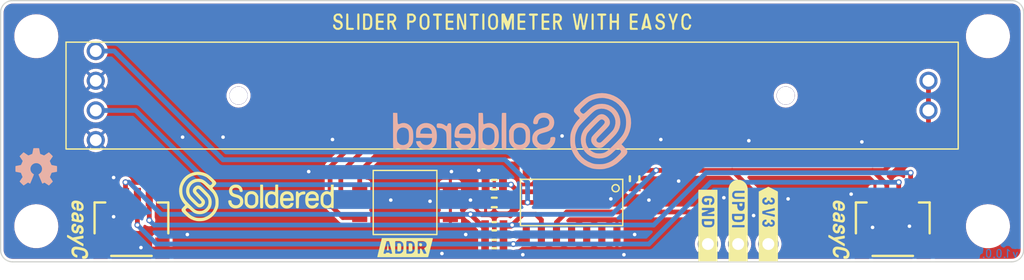
<source format=kicad_pcb>
(kicad_pcb (version 20210126) (generator pcbnew)
  (layers (0 "F.Cu" signal) (31 "B.Cu" signal) (34 "B.Paste" user) (35 "F.Paste" user) (36 "B.SilkS" user "B.Silkscreen") (37 "F.SilkS" user "F.Silkscreen") (38 "B.Mask" user) (39 "F.Mask" user) (44 "Edge.Cuts" user))
  (net 0 "")
  (net 1 "GND")
  (net 2 "OUTA")
  (net 3 "OUTB")
  (net 4 "3V3")
  (net 5 "SDA")
  (net 6 "SCL")
  (net 7 "UPDI")
  (net 8 "ADD3")
  (net 9 "ADD2")
  (net 10 "ADD1")
  (footprint "Soldered Graphics:Logo-Front-easyC-5mm" (layer "F.Cu") (at 160.5 127.3 -90)
    (fp_text reference "G***" hide)
    (fp_text value "LOGO" hide)
  )
  (footprint "e-radionica.com footprinti:HOLE_3.2mm" (layer "F.Cu") (at 173 127)
    (fp_text reference "H4" hide)
    (fp_text value "HOLE_3.2mm" hide)
    (pad "" np_thru_hole circle (at 0 0) (size 3.2 3.2) (drill 3.2) (layers F&B.Cu *.Mask))
  )
  (footprint "e-radionica.com footprinti:SLIDER_POT" (layer "F.Cu") (at 133 116)
    (fp_text reference "R1")
    (fp_text value "SLIDER_POT")
    (pad "1a" thru_hole circle (at -35 -1.25) (size 1.524 1.524) (drill 1) (layers *.Cu *.Mask) (net 1 "GND"))
    (pad "1b" thru_hole circle (at -35 3.75) (size 1.524 1.524) (drill 1) (layers *.Cu *.Mask) (net 1 "GND"))
    (pad "1b0" thru_hole circle (at -23 0) (size 1.524 1.524) (drill 1.5) (layers *.Cu *.Mask))
    (pad "1b1" thru_hole circle (at 23 0) (size 1.524 1.524) (drill 1.5) (layers *.Cu *.Mask))
    (pad "2a" thru_hole circle (at -35 -3.75) (size 1.524 1.524) (drill 1) (layers *.Cu *.Mask) (net 2 "OUTA"))
    (pad "2b" thru_hole circle (at -35 1.25) (size 1.524 1.524) (drill 1) (layers *.Cu *.Mask) (net 3 "OUTB"))
    (pad "3a" thru_hole circle (at 35 -1.25) (size 1.524 1.524) (drill 1) (layers *.Cu *.Mask) (net 4 "3V3"))
    (pad "3b" thru_hole circle (at 35 1.25) (size 1.524 1.524) (drill 1) (layers *.Cu *.Mask) (net 4 "3V3"))
  )
  (footprint "buzzardLabel" (layer "F.Cu") (at 149.46 130.4 -90)
    (fp_text reference "" (at 0 0 90) (layer "F.SilkS") (effects (font (size 1.27 1.27))))
    (fp_text value "" (at 0 0 90) (layer "F.SilkS") (effects (font (size 1.27 1.27))))
  )
  (footprint "buzzardLabel" (layer "F.Cu") (at 154.54 130.4 -90)
    (fp_text reference "" (at 0 0 90) (layer "F.SilkS") (effects (font (size 1.27 1.27))))
    (fp_text value "" (at 0 0 90) (layer "F.SilkS") (effects (font (size 1.27 1.27))))
  )
  (footprint "buzzardLabel" (layer "F.Cu") (at 133 109.8)
    (fp_text reference "" (at 0 0) (layer "F.SilkS") (effects (font (size 1.27 1.27))))
    (fp_text value "" (at 0 0) (layer "F.SilkS") (effects (font (size 1.27 1.27))))
  )
  (footprint "Soldered Graphics:Logo-Front-SolderedFULL-13mm" (layer "F.Cu") (at 111.5 124.5)
    (fp_text reference "REF**" hide)
    (fp_text value "Logo-Front-SolderedFULL-13mm" hide)
  )
  (footprint "e-radionica.com footprinti:easyC-connector" (layer "F.Cu") (at 165 126.7 180)
    (fp_text reference "K1")
    (fp_text value "easyC-SMD")
    (pad "1" smd rect (at -1.5 2.15 180) (size 0.6 1.55) (layers "F.Cu" "F.Paste" "F.Mask") (net 6 "SCL"))
    (pad "2" smd rect (at -0.5 2.15 180) (size 0.6 1.55) (layers "F.Cu" "F.Paste" "F.Mask") (net 5 "SDA"))
    (pad "3" smd rect (at 0.5 2.15 180) (size 0.6 1.55) (layers "F.Cu" "F.Paste" "F.Mask") (net 4 "3V3"))
    (pad "4" smd rect (at 1.5 2.15 180) (size 0.6 1.55) (layers "F.Cu" "F.Paste" "F.Mask") (net 1 "GND"))
    (pad "5" smd rect (at 2.6 -2.15 180) (size 1.2 1.8) (layers "F.Cu" "F.Paste" "F.Mask") (net 1 "GND"))
    (pad "5" smd rect (at -2.6 -2.15 180) (size 1.2 1.8) (layers "F.Cu" "F.Paste" "F.Mask") (net 1 "GND"))
  )
  (footprint "e-radionica.com footprinti:0603C" (layer "F.Cu") (at 131.5 123.5)
    (fp_text reference "C2")
    (fp_text value "0.1uF")
    (pad "1" smd rect (at -0.73 0) (size 0.66 1) (layers "F.Cu" "F.Paste" "F.Mask") (net 1 "GND"))
    (pad "2" smd rect (at 0.73 0) (size 0.66 1) (layers "F.Cu" "F.Paste" "F.Mask") (net 3 "OUTB"))
  )
  (footprint "e-radionica.com footprinti:HOLE_3.2mm" (layer "F.Cu") (at 93 111)
    (fp_text reference "H2" hide)
    (fp_text value "HOLE_3.2mm" hide)
    (pad "" np_thru_hole circle (at 0 0) (size 3.2 3.2) (drill 3.2) (layers F&B.Cu *.Mask))
  )
  (footprint "e-radionica.com footprinti:0603C" (layer "F.Cu") (at 143.3 123 -90)
    (fp_text reference "C3")
    (fp_text value "0.1uF")
    (pad "1" smd rect (at -0.73 0 270) (size 0.66 1) (layers "F.Cu" "F.Paste" "F.Mask") (net 4 "3V3"))
    (pad "2" smd rect (at 0.73 0 270) (size 0.66 1) (layers "F.Cu" "F.Paste" "F.Mask") (net 1 "GND"))
  )
  (footprint "e-radionica.com footprinti:HEADER-UPDI" (layer "F.Cu") (at 152 128.5 180)
    (fp_text reference "K2")
    (fp_text value "HEADER-UPDI")
    (pad "1" thru_hole circle (at -2.54 0 180) (size 1.7 1.7) (drill 1) (layers *.Cu "B.Mask") (net 4 "3V3"))
    (pad "2" thru_hole circle (at 0 0 180) (size 1.7 1.7) (drill 1) (layers *.Cu "B.Mask") (net 7 "UPDI"))
    (pad "3" thru_hole circle (at 2.54 0 180) (size 1.7 1.7) (drill 1) (layers *.Cu "B.Mask") (net 1 "GND"))
  )
  (footprint "Soldered Graphics:Logo-Back-OSH-3.5mm" (layer "F.Cu") (at 93 122)
    (fp_text reference "G***" hide)
    (fp_text value "LOGO" hide)
  )
  (footprint "e-radionica.com footprinti:HOLE_3.2mm" (layer "F.Cu") (at 93 127)
    (fp_text reference "H3" hide)
    (fp_text value "HOLE_3.2mm" hide)
    (pad "" np_thru_hole circle (at 0 0) (size 3.2 3.2) (drill 3.2) (layers F&B.Cu *.Mask))
  )
  (footprint "e-radionica.com footprinti:0603R" (layer "F.Cu") (at 131.5 127 180)
    (fp_text reference "R3")
    (fp_text value "10k")
    (pad "1" smd rect (at -0.775 0 270) (size 1 0.64) (layers "F.Cu" "F.Paste" "F.Mask") (net 6 "SCL"))
    (pad "2" smd rect (at 0.775 0 270) (size 1 0.64) (layers "F.Cu" "F.Paste" "F.Mask") (net 4 "3V3"))
  )
  (footprint "e-radionica.com footprinti:SOIC-14" (layer "F.Cu") (at 138 125 -90)
    (fp_text reference "U1")
    (fp_text value "ATTINY404-SSNR")
    (pad "1" smd rect (at -2.7 -3.81 270) (size 1.55 0.6) (layers "F.Cu" "F.Paste" "F.Mask") (net 4 "3V3"))
    (pad "2" smd rect (at -2.7 -2.54 270) (size 1.55 0.6) (layers "F.Cu" "F.Paste" "F.Mask") (net 2 "OUTA"))
    (pad "3" smd rect (at -2.7 -1.27 270) (size 1.55 0.6) (layers "F.Cu" "F.Paste" "F.Mask") (net 3 "OUTB"))
    (pad "4" smd rect (at -2.7 0 270) (size 1.55 0.6) (layers "F.Cu" "F.Paste" "F.Mask"))
    (pad "5" smd rect (at -2.7 1.27 270) (size 1.55 0.6) (layers "F.Cu" "F.Paste" "F.Mask") (net 8 "ADD3"))
    (pad "6" smd rect (at -2.7 2.54 270) (size 1.55 0.6) (layers "F.Cu" "F.Paste" "F.Mask") (net 9 "ADD2"))
    (pad "7" smd rect (at -2.7 3.81 270) (size 1.55 0.6) (layers "F.Cu" "F.Paste" "F.Mask") (net 10 "ADD1"))
    (pad "8" smd rect (at 2.7 3.81 270) (size 1.55 0.6) (layers "F.Cu" "F.Paste" "F.Mask") (net 5 "SDA"))
    (pad "9" smd rect (at 2.7 2.54 270) (size 1.55 0.6) (layers "F.Cu" "F.Paste" "F.Mask") (net 6 "SCL"))
    (pad "10" smd rect (at 2.7 1.27 270) (size 1.55 0.6) (layers "F.Cu" "F.Paste" "F.Mask") (net 7 "UPDI"))
    (pad "11" smd rect (at 2.7 0 270) (size 1.55 0.6) (layers "F.Cu" "F.Paste" "F.Mask"))
    (pad "12" smd rect (at 2.7 -1.27 270) (size 1.55 0.6) (layers "F.Cu" "F.Paste" "F.Mask"))
    (pad "13" smd rect (at 2.7 -2.54 270) (size 1.55 0.6) (layers "F.Cu" "F.Paste" "F.Mask"))
    (pad "14" smd rect (at 2.7 -3.81 270) (size 1.55 0.6) (layers "F.Cu" "F.Paste" "F.Mask") (net 1 "GND"))
  )
  (footprint "Soldered Graphics:Logo-Front-easyC-5mm" (layer "F.Cu") (at 96.5 127.3 -90)
    (fp_text reference "G***" hide)
    (fp_text value "LOGO" hide)
  )
  (footprint "Soldered Graphics:Logo-Back-SolderedFULL-20mm" (layer "F.Cu") (at 133 119)
    (fp_text reference "REF**" hide)
    (fp_text value "Logo-Front-SolderedFULL-20mm" hide)
  )
  (footprint "buzzardLabel" (layer "F.Cu") (at 152 130.4 -90)
    (fp_text reference "" (at 0 0 90) (layer "F.SilkS") (effects (font (size 1.27 1.27))))
    (fp_text value "" (at 0 0 90) (layer "F.SilkS") (effects (font (size 1.27 1.27))))
  )
  (footprint "e-radionica.com footprinti:HOLE_3.2mm" (layer "F.Cu") (at 173 111)
    (fp_text reference "H1" hide)
    (fp_text value "HOLE_3.2mm" hide)
    (pad "" np_thru_hole circle (at 0 0) (size 3.2 3.2) (drill 3.2) (layers F&B.Cu *.Mask))
  )
  (footprint "e-radionica.com footprinti:DSHP03TS-S" (layer "F.Cu") (at 124 125)
    (fp_text reference "K4")
    (fp_text value "DSHP03TS-S")
    (pad "1" smd rect (at -3.81 -1.27 90) (size 0.76 1.27) (layers "F.Cu" "F.Paste" "F.Mask") (net 10 "ADD1"))
    (pad "2" smd rect (at 3.81 -1.27 90) (size 0.76 1.27) (layers "F.Cu" "F.Paste" "F.Mask") (net 1 "GND"))
    (pad "3" smd rect (at -3.81 0 90) (size 0.76 1.27) (layers "F.Cu" "F.Paste" "F.Mask") (net 9 "ADD2"))
    (pad "4" smd rect (at 3.81 0 90) (size 0.76 1.27) (layers "F.Cu" "F.Paste" "F.Mask") (net 1 "GND"))
    (pad "5" smd rect (at -3.81 1.27 90) (size 0.76 1.27) (layers "F.Cu" "F.Paste" "F.Mask") (net 8 "ADD3"))
    (pad "6" smd rect (at 3.81 1.27 90) (size 0.76 1.27) (layers "F.Cu" "F.Paste" "F.Mask") (net 1 "GND"))
  )
  (footprint "buzzardLabel" (layer "F.Cu") (at 124 128.8)
    (fp_text reference "" (at 0 0) (layer "F.SilkS") (effects (font (size 1.27 1.27))))
    (fp_text value "" (at 0 0) (layer "F.SilkS") (effects (font (size 1.27 1.27))))
  )
  (footprint "e-radionica.com footprinti:easyC-connector" (layer "F.Cu") (at 101 126.7 180)
    (fp_text reference "K3")
    (fp_text value "easyC-SMD")
    (pad "1" smd rect (at -1.5 2.15 180) (size 0.6 1.55) (layers "F.Cu" "F.Paste" "F.Mask") (net 6 "SCL"))
    (pad "2" smd rect (at -0.5 2.15 180) (size 0.6 1.55) (layers "F.Cu" "F.Paste" "F.Mask") (net 5 "SDA"))
    (pad "3" smd rect (at 0.5 2.15 180) (size 0.6 1.55) (layers "F.Cu" "F.Paste" "F.Mask") (net 4 "3V3"))
    (pad "4" smd rect (at 1.5 2.15 180) (size 0.6 1.55) (layers "F.Cu" "F.Paste" "F.Mask") (net 1 "GND"))
    (pad "5" smd rect (at -2.6 -2.15 180) (size 1.2 1.8) (layers "F.Cu" "F.Paste" "F.Mask") (net 1 "GND"))
    (pad "5" smd rect (at 2.6 -2.15 180) (size 1.2 1.8) (layers "F.Cu" "F.Paste" "F.Mask") (net 1 "GND"))
  )
  (footprint "e-radionica.com footprinti:0603C" (layer "F.Cu") (at 131.5 125 180)
    (fp_text reference "C1")
    (fp_text value "0.1uF")
    (pad "1" smd rect (at -0.73 0 180) (size 0.66 1) (layers "F.Cu" "F.Paste" "F.Mask") (net 2 "OUTA"))
    (pad "2" smd rect (at 0.73 0 180) (size 0.66 1) (layers "F.Cu" "F.Paste" "F.Mask") (net 1 "GND"))
  )
  (footprint "e-radionica.com footprinti:0603R" (layer "F.Cu") (at 131.5 128.5 180)
    (fp_text reference "R2")
    (fp_text value "10k")
    (pad "1" smd rect (at -0.775 0 270) (size 1 0.64) (layers "F.Cu" "F.Paste" "F.Mask") (net 5 "SDA"))
    (pad "2" smd rect (at 0.775 0 270) (size 1 0.64) (layers "F.Cu" "F.Paste" "F.Mask") (net 4 "3V3"))
  )
  (footprint "e-radionica.com footprinti:FIDUCIAL_1MM_PASTE" (layer "F.Cu") (at 137 116)
    (fp_text reference "FD1")
    (fp_text value "Fiducial_Stencil")
    (pad "1" smd circle (at 0 0) (size 1 1) (property pad_prop_fiducial_glob) (layers "F.Cu" "F.Paste" "F.Mask"))
  )
  (footprint "Soldered Graphics:Version1.0.0." (layer "B.Cu") (at 174 129.3 180)
    (fp_text reference "" (at 0 0) (layer "B.SilkS") (effects (font (size 1.27 1.27)) (justify mirror)))
    (fp_text value "" (at 0 0) (layer "B.SilkS") (effects (font (size 1.27 1.27)) (justify mirror)))
    (fp_poly (pts (xy -0.44 -0.38) (xy -0.39 -0.38) (xy -0.34 -0.37) (xy -0.34 -0.33) (xy -0.34 -0.27) (xy -0.38 -0.26) (xy -0.43 -0.26) (xy -0.46 -0.29) (xy -0.46 -0.34) (xy -0.44 -0.38)) (layer "B.Cu") (width 0.01) (fill solid))
    (fp_poly (pts (xy 0.06 -0.35) (xy 0.11 -0.35) (xy 0.17 -0.33) (xy 0.13 -0.28) (xy 0.03 -0.28) (xy -0.01 -0.25) (xy -0.03 -0.2) (xy -0.05 -0.15) (xy -0.05 -0.11) (xy -0.05 0.01) (xy -0.05 0.13) (xy -0.05 0.17) (xy -0.03 0.22) (xy -0.01 0.27) (xy 0.02 0.3) (xy 0.13 0.3) (xy 0.16 0.26) (xy 0.18 0.21) (xy 0.18 0.15) (xy 0.19 0.05) (xy 0.19 -0.08) (xy 0.19 -0.12) (xy 0.18 -0.17) (xy 0.16 -0.22) (xy 0.14 -0.27) (xy 0.14 -0.28) (xy 0.17 -0.32) (xy 0.21 -0.29) (xy 0.24 -0.26) (xy 0.26 -0.22) (xy 0.27 -0.16) (xy 0.28 -0.11) (xy 0.28 -0.06) (xy 0.28 0.06) (xy 0.28 0.12) (xy 0.27 0.17) (xy 0.26 0.22) (xy 0.25 0.27) (xy 0.22 0.3) (xy 0.19 0.34) (xy 0.13 0.37) (xy 0.08 0.38) (xy 0.02 0.38) (xy -0.03 0.35) (xy -0.08 0.31) (xy -0.1 0.28) (xy -0.12 0.23) (xy -0.14 0.18) (xy -0.14 0.13) (xy -0.15 0.08) (xy -0.15 -0.04) (xy -0.14 -0.1) (xy -0.14 -0.14) (xy -0.13 -0.2) (xy -0.11 -0.25) (xy -0.08 -0.28) (xy -0.05 -0.32) (xy 0.01 -0.35) (xy 0.06 -0.35)) (layer "B.Cu") (width 0.01) (fill solid))
    (fp_poly (pts (xy 0.43 -0.38) (xy 0.48 -0.38) (xy 0.54 -0.37) (xy 0.54 -0.33) (xy 0.54 -0.27) (xy 0.5 -0.26) (xy 0.45 -0.26) (xy 0.42 -0.29) (xy 0.42 -0.34) (xy 0.43 -0.38)) (layer "B.Cu") (width 0.01) (fill solid))
    (fp_poly (pts (xy 0.93 -0.35) (xy 0.99 -0.35) (xy 1.04 -0.33) (xy 1.01 -0.28) (xy 0.91 -0.28) (xy 0.87 -0.25) (xy 0.85 -0.2) (xy 0.83 -0.15) (xy 0.83 -0.11) (xy 0.82 0.01) (xy 0.83 0.13) (xy 0.83 0.17) (xy 0.84 0.22) (xy 0.87 0.27) (xy 0.9 0.3) (xy 1.01 0.3) (xy 1.04 0.26) (xy 1.05 0.21) (xy 1.06 0.15) (xy 1.07 0.05) (xy 1.07 -0.08) (xy 1.06 -0.12) (xy 1.06 -0.17) (xy 1.04 -0.22) (xy 1.02 -0.27) (xy 1.01 -0.28) (xy 1.05 -0.32) (xy 1.09 -0.29) (xy 1.12 -0.26) (xy 1.14 -0.22) (xy 1.15 -0.16) (xy 1.16 -0.11) (xy 1.16 -0.06) (xy 1.16 0.06) (xy 1.16 0.12) (xy 1.15 0.17) (xy 1.14 0.22) (xy 1.13 0.27) (xy 1.1 0.3) (xy 1.06 0.34) (xy 1.01 0.37) (xy 0.95 0.38) (xy 0.9 0.38) (xy 0.84 0.35) (xy 0.8 0.31) (xy 0.78 0.28) (xy 0.75 0.23) (xy 0.74 0.18) (xy 0.74 0.13) (xy 0.73 0.08) (xy 0.73 -0.04) (xy 0.73 -0.1) (xy 0.74 -0.14) (xy 0.75 -0.2) (xy 0.77 -0.25) (xy 0.79 -0.28) (xy 0.83 -0.32) (xy 0.89 -0.35) (xy 0.93 -0.35)) (layer "B.Cu") (width 0.01) (fill solid))
    (fp_poly (pts (xy -0.67 -0.35) (xy -0.62 -0.35) (xy -0.6 -0.31) (xy -0.6 0.35) (xy -0.64 0.38) (xy -0.69 0.38) (xy -0.73 0.34) (xy -0.84 0.22) (xy -0.86 0.17) (xy -0.83 0.16) (xy -0.73 0.22) (xy -0.69 0.23) (xy -0.69 -0.31) (xy -0.67 -0.35)) (layer "B.Cu") (width 0.01) (fill solid))
    (fp_poly (pts (xy -1.33 -0.35) (xy -1.27 -0.35) (xy -1.25 -0.31) (xy -1.09 0.1) (xy -1.11 0.13) (xy -1.16 0.13) (xy -1.19 0.1) (xy -1.28 -0.16) (xy -1.3 -0.21) (xy -1.32 -0.17) (xy -1.41 0.09) (xy -1.44 0.13) (xy -1.49 0.13) (xy -1.51 0.1) (xy -1.36 -0.31) (xy -1.33 -0.35)) (layer "B.Cu") (width 0.01) (fill solid))
    (fp_poly (pts (xy 1.31 -0.38) (xy 1.36 -0.38) (xy 1.41 -0.37) (xy 1.42 -0.33) (xy 1.42 -0.27) (xy 1.38 -0.26) (xy 1.33 -0.26) (xy 1.3 -0.29) (xy 1.3 -0.34) (xy 1.31 -0.38)) (layer "B.Cu") (width 0.01) (fill solid))
  )
  (gr_arc (start 175 109) (end 175 108) (angle 90) (layer "Edge.Cuts") (width 0.1))
  (gr_line (start 176 109) (end 176 129) (layer "Edge.Cuts") (width 0.1))
  (gr_arc (start 175 129) (end 175 130) (angle -90) (layer "Edge.Cuts") (width 0.1))
  (gr_line (start 90 129) (end 90 109) (layer "Edge.Cuts") (width 0.1))
  (gr_arc (start 91 109) (end 91 108) (angle -90) (layer "Edge.Cuts") (width 0.1))
  (gr_line (start 91 108) (end 175 108) (layer "Edge.Cuts") (width 0.1))
  (gr_arc (start 91 129) (end 91 130) (angle 90) (layer "Edge.Cuts") (width 0.1))
  (gr_line (start 175 130) (end 91 130) (layer "Edge.Cuts") (width 0.1))
  (via (at 137.2 119.4) (size 0.5) (drill 0.3) (layers "F.Cu" "B.Cu") (net 1))
  (via (at 156.2 124.7) (size 0.5) (drill 0.3) (layers "F.Cu" "B.Cu") (net 1))
  (via (at 127.1 129.3) (size 0.5) (drill 0.3) (layers "F.Cu" "B.Cu") (net 1))
  (via (at 126.1 124.9) (size 0.5) (drill 0.3) (layers "F.Cu" "B.Cu") (net 1))
  (via (at 153.3 126.1) (size 0.5) (drill 0.3) (layers "F.Cu" "B.Cu") (net 1))
  (via (at 152.9 119.8) (size 0.5) (drill 0.3) (layers "F.Cu" "B.Cu") (net 1))
  (via (at 161.5 124.3) (size 0.5) (drill 0.3) (layers "F.Cu" "B.Cu") (net 1))
  (via (at 133.9 129.4) (size 0.5) (drill 0.3) (layers "F.Cu" "B.Cu") (net 1))
  (via (at 130.2 122.3) (size 0.5) (drill 0.3) (layers "F.Cu" "B.Cu") (net 1))
  (via (at 117.9 119.7) (size 0.5) (drill 0.3) (layers "F.Cu" "B.Cu") (net 1))
  (via (at 105.7 127.7) (size 0.5) (drill 0.3) (layers "F.Cu" "B.Cu") (net 1))
  (via (at 105.3 119.5) (size 0.5) (drill 0.3) (layers "F.Cu" "B.Cu") (net 1))
  (via (at 122.8 124.8) (size 0.5) (drill 0.3) (layers "F.Cu" "B.Cu") (net 1))
  (via (at 162.4 119.9) (size 0.5) (drill 0.3) (layers "F.Cu" "B.Cu") (net 1))
  (via (at 143.3 127.7) (size 0.5) (drill 0.3) (layers "F.Cu" "B.Cu") (net 1))
  (via (at 115.9 122.4) (size 0.5) (drill 0.3) (layers "F.Cu" "B.Cu") (net 1))
  (via (at 129.1 127.7) (size 0.5) (drill 0.3) (layers "F.Cu" "B.Cu") (net 1))
  (via (at 127.9 122.4) (size 0.5) (drill 0.3) (layers "F.Cu" "B.Cu") (net 1))
  (via (at 150.8 124.6) (size 0.5) (drill 0.3) (layers "F.Cu" "B.Cu") (net 1))
  (via (at 129.5 124.8) (size 0.5) (drill 0.3) (layers "F.Cu" "B.Cu") (net 1))
  (via (at 144.5 124.8) (size 0.5) (drill 0.3) (layers "F.Cu" "B.Cu") (net 1))
  (via (at 142.4 129.4) (size 0.5) (drill 0.3) (layers "F.Cu" "B.Cu") (net 1))
  (via (at 145.5 119.7) (size 0.5) (drill 0.3) (layers "F.Cu" "B.Cu") (net 1))
  (via (at 99.5 122.9) (size 0.5) (drill 0.3) (layers "F.Cu" "B.Cu") (net 1))
  (via (at 99.5 126.2) (size 0.5) (drill 0.3) (layers "F.Cu" "B.Cu") (net 1))
  (via (at 166.4 127) (size 0.5) (drill 0.3) (layers "F.Cu" "B.Cu") (net 1))
  (via (at 147 123.2) (size 0.5) (drill 0.3) (layers "F.Cu" "B.Cu") (net 1))
  (via (at 108.7 119.5) (size 0.5) (drill 0.3) (layers "F.Cu" "B.Cu") (net 1))
  (via (at 141.3 124.7) (size 0.5) (drill 0.3) (layers "F.Cu" "B.Cu") (net 1))
  (via (at 163.3 127.1) (size 0.5) (drill 0.3) (layers "F.Cu" "B.Cu") (net 1))
  (via (at 101.8 128.8) (size 0.5) (drill 0.3) (layers "F.Cu" "B.Cu") (net 1))
  (segment (start 134.3 125) (end 139.4 125) (width 0.4) (layer "F.Cu") (net 2))
  (segment (start 140.54 123.86) (end 140.54 122.3) (width 0.4) (layer "F.Cu") (net 2))
  (segment (start 132.23 125) (end 134.3 125) (width 0.4) (layer "F.Cu") (net 2))
  (segment (start 139.4 125) (end 140.54 123.86) (width 0.4) (layer "F.Cu") (net 2))
  (via (at 134.3 125) (size 0.5) (drill 0.3) (layers "F.Cu" "B.Cu") (net 2))
  (segment (start 98 112.25) (end 99.55 112.25) (width 0.4) (layer "B.Cu") (net 2))
  (segment (start 134.3 123.3) (end 134.3 125) (width 0.4) (layer "B.Cu") (net 2))
  (segment (start 108.7 121.4) (end 132.4 121.4) (width 0.4) (layer "B.Cu") (net 2))
  (segment (start 132.4 121.4) (end 134.3 123.3) (width 0.4) (layer "B.Cu") (net 2))
  (segment (start 99.55 112.25) (end 108.7 121.4) (width 0.4) (layer "B.Cu") (net 2))
  (segment (start 132.23 123.5) (end 132.9 123.5) (width 0.4) (layer "F.Cu") (net 3))
  (segment (start 132.9 123.5) (end 133.5 124.1) (width 0.4) (layer "F.Cu") (net 3))
  (segment (start 138.5 124.1) (end 139.27 123.33) (width 0.4) (layer "F.Cu") (net 3))
  (segment (start 133.5 124.1) (end 138.5 124.1) (width 0.4) (layer "F.Cu") (net 3))
  (segment (start 139.27 123.33) (end 139.27 122.3) (width 0.4) (layer "F.Cu") (net 3))
  (via (at 132.9 123.5) (size 0.5) (drill 0.3) (layers "F.Cu" "B.Cu") (net 3))
  (segment (start 98 117.25) (end 101.35 117.25) (width 0.4) (layer "B.Cu") (net 3))
  (segment (start 101.35 117.25) (end 107.6 123.5) (width 0.4) (layer "B.Cu") (net 3))
  (segment (start 107.6 123.5) (end 132.9 123.5) (width 0.4) (layer "B.Cu") (net 3))
  (segment (start 130.725 127) (end 130.5 127) (width 0.4) (layer "F.Cu") (net 4))
  (segment (start 164.5 124.55) (end 164.5 123.5) (width 0.4) (layer "F.Cu") (net 4))
  (segment (start 168 118.6) (end 168 117.25) (width 0.4) (layer "F.Cu") (net 4))
  (segment (start 151.5 122.3) (end 154.54 125.34) (width 0.4) (layer "F.Cu") (net 4))
  (segment (start 145.1 122.3) (end 143.33 122.3) (width 0.4) (layer "F.Cu") (net 4))
  (segment (start 130.725 127) (end 130.725 128.5) (width 0.4) (layer "F.Cu") (net 4))
  (segment (start 164.5 123.5) (end 163.3 122.3) (width 0.4) (layer "F.Cu") (net 4))
  (segment (start 168 117.25) (end 168 114.75) (width 0.4) (layer "F.Cu") (net 4))
  (segment (start 143.27 122.3) (end 143.3 122.27) (width 0.4) (layer "F.Cu") (net 4))
  (segment (start 154.54 125.34) (end 154.54 128.5) (width 0.4) (layer "F.Cu") (net 4))
  (segment (start 145.1 122.3) (end 151.5 122.3) (width 0.4) (layer "F.Cu") (net 4))
  (segment (start 100.5 124.55) (end 100.5 123.3) (width 0.4) (layer "F.Cu") (net 4))
  (segment (start 163.3 122.3) (end 151.5 122.3) (width 0.4) (layer "F.Cu") (net 4))
  (segment (start 130.5 127) (end 129.5 126) (width 0.4) (layer "F.Cu") (net 4))
  (segment (start 141.81 122.3) (end 143.27 122.3) (width 0.4) (layer "F.Cu") (net 4))
  (segment (start 163.3 122.3) (end 164.3 122.3) (width 0.4) (layer "F.Cu") (net 4))
  (segment (start 143.33 122.3) (end 143.3 122.27) (width 0.4) (layer "F.Cu") (net 4))
  (segment (start 164.3 122.3) (end 168 118.6) (width 0.4) (layer "F.Cu") (net 4))
  (via (at 100.5 123.3) (size 0.5) (drill 0.3) (layers "F.Cu" "B.Cu") (net 4))
  (via (at 129.5 126) (size 0.5) (drill 0.3) (layers "F.Cu" "B.Cu") (net 4))
  (via (at 145.1 122.3) (size 0.5) (drill 0.3) (layers "F.Cu" "B.Cu") (net 4))
  (segment (start 103.5 126) (end 129.5 126) (width 0.4) (layer "B.Cu") (net 4))
  (segment (start 145.1 122.3) (end 141.4 126) (width 0.4) (layer "B.Cu") (net 4))
  (segment (start 141.4 126) (end 129.5 126) (width 0.4) (layer "B.Cu") (net 4))
  (segment (start 100.8 123.3) (end 103.5 126) (width 0.4) (layer "B.Cu") (net 4))
  (segment (start 100.5 123.3) (end 100.8 123.3) (width 0.4) (layer "B.Cu") (net 4))
  (segment (start 165.5 123.3) (end 165.5 124.55) (width 0.4) (layer "F.Cu") (net 5))
  (segment (start 101.5 126.9) (end 101.5 124.55) (width 0.4) (layer "F.Cu") (net 5))
  (segment (start 132.275 128.5) (end 133.39 128.5) (width 0.4) (layer "F.Cu") (net 5))
  (segment (start 133.39 128.5) (end 134.19 127.7) (width 0.4) (layer "F.Cu") (net 5))
  (via (at 165.5 123.3) (size 0.5) (drill 0.3) (layers "F.Cu" "B.Cu") (net 5))
  (via (at 101.5 126.9) (size 0.5) (drill 0.3) (layers "F.Cu" "B.Cu") (net 5))
  (via (at 133.1 128.5) (size 0.5) (drill 0.3) (layers "F.Cu" "B.Cu") (net 5))
  (segment (start 133.1 128.5) (end 144.5 128.5) (width 0.4) (layer "B.Cu") (net 5))
  (segment (start 101.5 126.9) (end 103.1 128.5) (width 0.4) (layer "B.Cu") (net 5))
  (segment (start 103.1 128.5) (end 133.1 128.5) (width 0.4) (layer "B.Cu") (net 5))
  (segment (start 144.5 128.5) (end 148.1 124.9) (width 0.4) (layer "B.Cu") (net 5))
  (segment (start 148.1 124.9) (end 149.7 123.3) (width 0.4) (layer "B.Cu") (net 5))
  (segment (start 149.7 123.3) (end 165.5 123.3) (width 0.4) (layer "B.Cu") (net 5))
  (segment (start 135 126) (end 135.46 126.46) (width 0.4) (layer "F.Cu") (net 6))
  (segment (start 132.9 127) (end 133 126.9) (width 0.4) (layer "F.Cu") (net 6))
  (segment (start 166.5 122.5) (end 166.5 124.55) (width 0.4) (layer "F.Cu") (net 6))
  (segment (start 102.5 126.5) (end 102.5 124.55) (width 0.4) (layer "F.Cu") (net 6))
  (segment (start 132.275 127) (end 132.9 127) (width 0.4) (layer "F.Cu") (net 6))
  (segment (start 133 126.9) (end 133.9 126) (width 0.4) (layer "F.Cu") (net 6))
  (segment (start 133.9 126) (end 135 126) (width 0.4) (layer "F.Cu") (net 6))
  (segment (start 135.46 126.46) (end 135.46 127.7) (width 0.4) (layer "F.Cu") (net 6))
  (via (at 133 126.9) (size 0.5) (drill 0.3) (layers "F.Cu" "B.Cu") (net 6))
  (via (at 102.5 126.5) (size 0.5) (drill 0.3) (layers "F.Cu" "B.Cu") (net 6))
  (via (at 166.5 122.5) (size 0.5) (drill 0.3) (layers "F.Cu" "B.Cu") (net 6))
  (segment (start 149.3 122.5) (end 166.5 122.5) (width 0.4) (layer "B.Cu") (net 6))
  (segment (start 133 126.9) (end 144.9 126.9) (width 0.4) (layer "B.Cu") (net 6))
  (segment (start 102.9 126.9) (end 102.5 126.5) (width 0.4) (layer "B.Cu") (net 6))
  (segment (start 144.9 126.9) (end 149.3 122.5) (width 0.4) (layer "B.Cu") (net 6))
  (segment (start 133 126.9) (end 102.9 126.9) (width 0.4) (layer "B.Cu") (net 6))
  (segment (start 136.73 127.7) (end 136.73 126.67) (width 0.4) (layer "F.Cu") (net 7))
  (segment (start 150.8 125.8) (end 152 127) (width 0.4) (layer "F.Cu") (net 7))
  (segment (start 152 127) (end 152 128.5) (width 0.4) (layer "F.Cu") (net 7))
  (segment (start 136.73 126.67) (end 137.6 125.8) (width 0.4) (layer "F.Cu") (net 7))
  (segment (start 137.6 125.8) (end 150.8 125.8) (width 0.4) (layer "F.Cu") (net 7))
  (segment (start 117.7 125.2) (end 117.7 122) (width 0.4) (layer "F.Cu") (net 8))
  (segment (start 120.2 119.5) (end 135.4 119.5) (width 0.4) (layer "F.Cu") (net 8))
  (segment (start 136.73 120.83) (end 136.73 122.3) (width 0.4) (layer "F.Cu") (net 8))
  (segment (start 135.4 119.5) (end 136.73 120.83) (width 0.4) (layer "F.Cu") (net 8))
  (segment (start 118.77 126.27) (end 117.7 125.2) (width 0.4) (layer "F.Cu") (net 8))
  (segment (start 117.7 122) (end 120.2 119.5) (width 0.4) (layer "F.Cu") (net 8))
  (segment (start 120.19 126.27) (end 118.77 126.27) (width 0.4) (layer "F.Cu") (net 8))
  (segment (start 120.8 120.3) (end 134.8 120.3) (width 0.4) (layer "F.Cu") (net 9))
  (segment (start 119.3 125) (end 118.6 124.3) (width 0.4) (layer "F.Cu") (net 9))
  (segment (start 118.6 122.5) (end 120.8 120.3) (width 0.4) (layer "F.Cu") (net 9))
  (segment (start 134.8 120.3) (end 135.46 120.96) (width 0.4) (layer "F.Cu") (net 9))
  (segment (start 135.46 120.96) (end 135.46 122.3) (width 0.4) (layer "F.Cu") (net 9))
  (segment (start 118.6 124.3) (end 118.6 122.5) (width 0.4) (layer "F.Cu") (net 9))
  (segment (start 120.19 125) (end 119.3 125) (width 0.4) (layer "F.Cu") (net 9))
  (segment (start 120.19 122.41) (end 121.5 121.1) (width 0.4) (layer "F.Cu") (net 10))
  (segment (start 121.5 121.1) (end 133.6 121.1) (width 0.4) (layer "F.Cu") (net 10))
  (segment (start 120.19 123.73) (end 120.19 122.41) (width 0.4) (layer "F.Cu") (net 10))
  (segment (start 134.19 121.69) (end 134.19 122.3) (width 0.4) (layer "F.Cu") (net 10))
  (segment (start 133.6 121.1) (end 134.19 121.69) (width 0.4) (layer "F.Cu") (net 10))
  (zone (net 1) (net_name "GND") (layers F&B.Cu) (connect_pads (clearance 0.254)) (min_thickness 0.254) (fill yes (thermal_gap 0.254) (thermal_bridge_width 0.254))
    (polygon (pts (xy 176 130) (xy 90 130) (xy 90 108) (xy 176 108)))
  )
)
</source>
